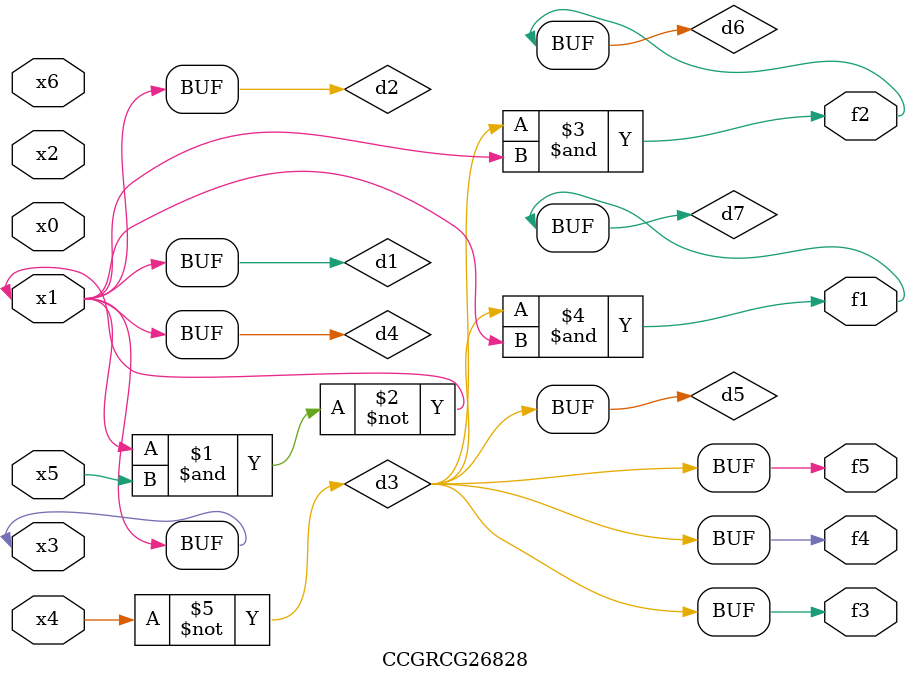
<source format=v>
module CCGRCG26828(
	input x0, x1, x2, x3, x4, x5, x6,
	output f1, f2, f3, f4, f5
);

	wire d1, d2, d3, d4, d5, d6, d7;

	buf (d1, x1, x3);
	nand (d2, x1, x5);
	not (d3, x4);
	buf (d4, d1, d2);
	buf (d5, d3);
	and (d6, d3, d4);
	and (d7, d3, d4);
	assign f1 = d7;
	assign f2 = d6;
	assign f3 = d5;
	assign f4 = d5;
	assign f5 = d5;
endmodule

</source>
